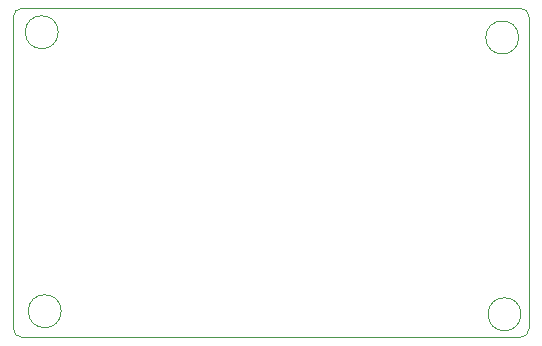
<source format=gbr>
%TF.GenerationSoftware,KiCad,Pcbnew,(5.1.8)-1*%
%TF.CreationDate,2020-12-16T21:52:19-05:00*%
%TF.ProjectId,Arduino Clone,41726475-696e-46f2-9043-6c6f6e652e6b,1.0*%
%TF.SameCoordinates,Original*%
%TF.FileFunction,Profile,NP*%
%FSLAX46Y46*%
G04 Gerber Fmt 4.6, Leading zero omitted, Abs format (unit mm)*
G04 Created by KiCad (PCBNEW (5.1.8)-1) date 2020-12-16 21:52:19*
%MOMM*%
%LPD*%
G01*
G04 APERTURE LIST*
%TA.AperFunction,Profile*%
%ADD10C,0.050000*%
%TD*%
G04 APERTURE END LIST*
D10*
X185356500Y-126746000D02*
G75*
G03*
X185356500Y-126746000I-1397000J0D01*
G01*
X146431000Y-126492000D02*
G75*
G03*
X146431000Y-126492000I-1397000J0D01*
G01*
X185166000Y-103314500D02*
G75*
G03*
X185166000Y-103314500I-1397000J0D01*
G01*
X146177000Y-102870000D02*
G75*
G03*
X146177000Y-102870000I-1397000J0D01*
G01*
X185293000Y-100838000D02*
G75*
G02*
X186055000Y-101600000I0J-762000D01*
G01*
X186055000Y-127952500D02*
G75*
G02*
X185293000Y-128714500I-762000J0D01*
G01*
X143129000Y-128714500D02*
G75*
G02*
X142367000Y-127952500I0J762000D01*
G01*
X142367000Y-101600000D02*
G75*
G02*
X143129000Y-100838000I762000J0D01*
G01*
X143129000Y-100838000D02*
X185293000Y-100838000D01*
X142367000Y-127952500D02*
X142367000Y-101600000D01*
X185293000Y-128714500D02*
X143129000Y-128714500D01*
X186055000Y-101600000D02*
X186055000Y-127952500D01*
M02*

</source>
